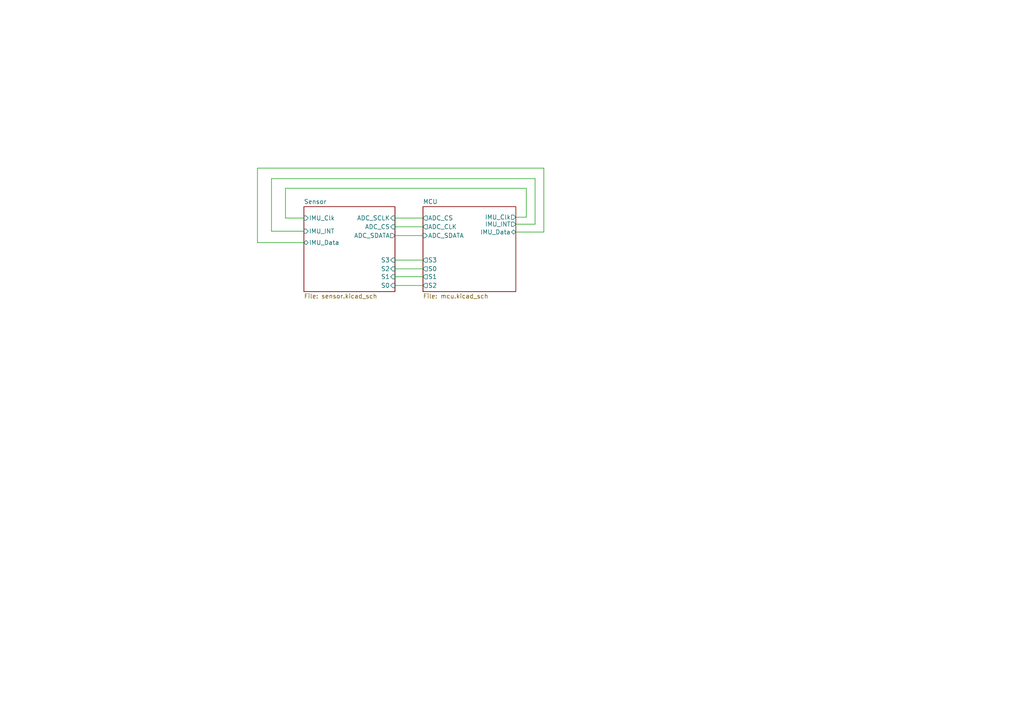
<source format=kicad_sch>
(kicad_sch
	(version 20250114)
	(generator "eeschema")
	(generator_version "9.0")
	(uuid "a88aefd4-7db0-48b6-a5b9-71390eb91bb3")
	(paper "A4")
	(lib_symbols)
	(wire
		(pts
			(xy 155.194 65.024) (xy 155.194 51.816)
		)
		(stroke
			(width 0)
			(type default)
		)
		(uuid "0c1bbd1a-6283-4367-886b-0ace1f872740")
	)
	(wire
		(pts
			(xy 114.554 68.326) (xy 122.682 68.326)
		)
		(stroke
			(width 0)
			(type default)
		)
		(uuid "0f81796a-b2f1-4193-9dab-4897ad9dc3d1")
	)
	(wire
		(pts
			(xy 74.676 70.358) (xy 74.676 48.768)
		)
		(stroke
			(width 0)
			(type default)
		)
		(uuid "243f489f-8758-43ea-b701-013728d09af0")
	)
	(wire
		(pts
			(xy 88.138 63.246) (xy 82.804 63.246)
		)
		(stroke
			(width 0)
			(type default)
		)
		(uuid "2d2bdf61-d5a9-4603-b70e-347f23f57670")
	)
	(wire
		(pts
			(xy 114.554 77.978) (xy 122.682 77.978)
		)
		(stroke
			(width 0)
			(type default)
		)
		(uuid "2f4ba1cb-6d97-4087-97fc-a08d8aefebd8")
	)
	(wire
		(pts
			(xy 78.74 67.056) (xy 88.138 67.056)
		)
		(stroke
			(width 0)
			(type default)
		)
		(uuid "4a531aa0-4956-4850-9429-209b7293988a")
	)
	(wire
		(pts
			(xy 74.676 48.768) (xy 157.734 48.768)
		)
		(stroke
			(width 0)
			(type default)
		)
		(uuid "4bddd25c-a767-4677-903d-a81230018479")
	)
	(wire
		(pts
			(xy 114.554 82.804) (xy 122.682 82.804)
		)
		(stroke
			(width 0)
			(type default)
		)
		(uuid "4e87cbb8-c26d-4c36-b40e-8eccc71e0eba")
	)
	(wire
		(pts
			(xy 88.138 70.358) (xy 74.676 70.358)
		)
		(stroke
			(width 0)
			(type default)
		)
		(uuid "64831d06-7ca6-445a-b1f1-16f17c930640")
	)
	(wire
		(pts
			(xy 114.554 63.246) (xy 122.682 63.246)
		)
		(stroke
			(width 0)
			(type default)
		)
		(uuid "66739cf1-550e-4d78-9b53-bf2392eb7b97")
	)
	(wire
		(pts
			(xy 78.74 51.816) (xy 78.74 67.056)
		)
		(stroke
			(width 0)
			(type default)
		)
		(uuid "712f6129-d72e-4326-9915-03f6b169499e")
	)
	(wire
		(pts
			(xy 82.804 54.61) (xy 152.654 54.61)
		)
		(stroke
			(width 0)
			(type default)
		)
		(uuid "738c206b-c2f5-495b-875b-efe110b04867")
	)
	(wire
		(pts
			(xy 114.554 75.438) (xy 122.682 75.438)
		)
		(stroke
			(width 0)
			(type default)
		)
		(uuid "78083d3c-a163-40ad-a8ae-27d5a86dbd9a")
	)
	(wire
		(pts
			(xy 114.554 80.264) (xy 122.682 80.264)
		)
		(stroke
			(width 0)
			(type default)
		)
		(uuid "7e19600a-5896-40c7-b6ca-f43aecaf8ac3")
	)
	(wire
		(pts
			(xy 149.606 65.024) (xy 155.194 65.024)
		)
		(stroke
			(width 0)
			(type default)
		)
		(uuid "8020b569-dfef-4ea1-91ae-5f77877a6e95")
	)
	(wire
		(pts
			(xy 155.194 51.816) (xy 78.74 51.816)
		)
		(stroke
			(width 0)
			(type default)
		)
		(uuid "81f713fd-8255-40b9-9d0c-8e0b3444cae0")
	)
	(wire
		(pts
			(xy 114.554 65.786) (xy 122.682 65.786)
		)
		(stroke
			(width 0)
			(type default)
		)
		(uuid "91f61e69-499c-4caf-a894-59ebb48adbb7")
	)
	(wire
		(pts
			(xy 157.734 67.31) (xy 149.606 67.31)
		)
		(stroke
			(width 0)
			(type default)
		)
		(uuid "a6506f7c-345b-42c9-935e-37eb682ea4ea")
	)
	(wire
		(pts
			(xy 152.654 54.61) (xy 152.654 62.992)
		)
		(stroke
			(width 0)
			(type default)
		)
		(uuid "b69cfe68-aecf-47cb-99b8-47b089ecf051")
	)
	(wire
		(pts
			(xy 157.734 48.768) (xy 157.734 67.31)
		)
		(stroke
			(width 0)
			(type default)
		)
		(uuid "cc96c050-5767-42f0-803e-9e506c9664cf")
	)
	(wire
		(pts
			(xy 82.804 63.246) (xy 82.804 54.61)
		)
		(stroke
			(width 0)
			(type default)
		)
		(uuid "f4a2de37-cb8b-4002-9354-994a00b19559")
	)
	(wire
		(pts
			(xy 152.654 62.992) (xy 149.606 62.992)
		)
		(stroke
			(width 0)
			(type default)
		)
		(uuid "fe0f5921-37a7-4da5-824a-1597cbd6ba4c")
	)
	(sheet
		(at 88.138 59.944)
		(size 26.416 24.638)
		(exclude_from_sim no)
		(in_bom yes)
		(on_board yes)
		(dnp no)
		(fields_autoplaced yes)
		(stroke
			(width 0.1524)
			(type solid)
		)
		(fill
			(color 0 0 0 0.0000)
		)
		(uuid "1fc332dc-ff72-424d-a066-114727b06a42")
		(property "Sheetname" "Sensor"
			(at 88.138 59.2324 0)
			(effects
				(font
					(size 1.27 1.27)
				)
				(justify left bottom)
			)
		)
		(property "Sheetfile" "sensor.kicad_sch"
			(at 88.138 85.1666 0)
			(effects
				(font
					(size 1.27 1.27)
				)
				(justify left top)
			)
		)
		(pin "IMU_Clk" input
			(at 88.138 63.246 180)
			(uuid "0aecba60-a609-451b-8639-abdd15c64d6f")
			(effects
				(font
					(size 1.27 1.27)
				)
				(justify left)
			)
		)
		(pin "ADC_SCLK" input
			(at 114.554 63.246 0)
			(uuid "9649a2e7-6a5b-48f3-aed5-851b1fe484b5")
			(effects
				(font
					(size 1.27 1.27)
				)
				(justify right)
			)
		)
		(pin "S0" input
			(at 114.554 82.804 0)
			(uuid "ab5c3097-80ca-4363-9529-d8d33cf384d0")
			(effects
				(font
					(size 1.27 1.27)
				)
				(justify right)
			)
		)
		(pin "IMU_INT" input
			(at 88.138 67.056 180)
			(uuid "3efc4a8a-ba15-4d2c-84a8-bb20dcb35d27")
			(effects
				(font
					(size 1.27 1.27)
				)
				(justify left)
			)
		)
		(pin "ADC_CS" input
			(at 114.554 65.786 0)
			(uuid "94efb717-a94b-4876-9a78-5f37d0083b02")
			(effects
				(font
					(size 1.27 1.27)
				)
				(justify right)
			)
		)
		(pin "S2" input
			(at 114.554 77.978 0)
			(uuid "c6bccdaf-b260-428a-b368-b6a9eb40017b")
			(effects
				(font
					(size 1.27 1.27)
				)
				(justify right)
			)
		)
		(pin "S1" input
			(at 114.554 80.264 0)
			(uuid "31e4fb70-2446-4432-bfa4-35ff05abf8e7")
			(effects
				(font
					(size 1.27 1.27)
				)
				(justify right)
			)
		)
		(pin "ADC_SDATA" output
			(at 114.554 68.326 0)
			(uuid "3667b00f-84a2-4344-b47e-9edc3bc81e52")
			(effects
				(font
					(size 1.27 1.27)
				)
				(justify right)
			)
		)
		(pin "S3" input
			(at 114.554 75.438 0)
			(uuid "ac5c35bd-0de2-4ac2-bfd1-819c1504f5b3")
			(effects
				(font
					(size 1.27 1.27)
				)
				(justify right)
			)
		)
		(pin "IMU_Data" bidirectional
			(at 88.138 70.358 180)
			(uuid "534129ff-7d03-4fba-9e6c-865c2c9a1058")
			(effects
				(font
					(size 1.27 1.27)
				)
				(justify left)
			)
		)
		(instances
			(project "ImpactInsole_v1"
				(path "/a88aefd4-7db0-48b6-a5b9-71390eb91bb3"
					(page "2")
				)
			)
		)
	)
	(sheet
		(at 122.682 59.944)
		(size 26.924 24.638)
		(exclude_from_sim no)
		(in_bom yes)
		(on_board yes)
		(dnp no)
		(fields_autoplaced yes)
		(stroke
			(width 0.1524)
			(type solid)
		)
		(fill
			(color 0 0 0 0.0000)
		)
		(uuid "86a80e0e-6a7a-4740-96d2-51b0c03920c1")
		(property "Sheetname" "MCU"
			(at 122.682 59.2324 0)
			(effects
				(font
					(size 1.27 1.27)
				)
				(justify left bottom)
			)
		)
		(property "Sheetfile" "mcu.kicad_sch"
			(at 122.682 85.1666 0)
			(effects
				(font
					(size 1.27 1.27)
				)
				(justify left top)
			)
		)
		(pin "IMU_INT" output
			(at 149.606 65.024 0)
			(uuid "9c965531-b276-4007-b253-5b214dabd5f1")
			(effects
				(font
					(size 1.27 1.27)
				)
				(justify right)
			)
		)
		(pin "ADC_CS" output
			(at 122.682 63.246 180)
			(uuid "d6cffba8-2895-42f7-8fe2-03e86a255cec")
			(effects
				(font
					(size 1.27 1.27)
				)
				(justify left)
			)
		)
		(pin "IMU_Clk" output
			(at 149.606 62.992 0)
			(uuid "898cf07d-31bf-40bd-b459-eb8bbeec5daf")
			(effects
				(font
					(size 1.27 1.27)
				)
				(justify right)
			)
		)
		(pin "IMU_Data" bidirectional
			(at 149.606 67.31 0)
			(uuid "3b0540eb-a3a3-4802-8a4c-5a6c40b03d5e")
			(effects
				(font
					(size 1.27 1.27)
				)
				(justify right)
			)
		)
		(pin "S0" output
			(at 122.682 77.978 180)
			(uuid "585ed84c-1155-44a0-8134-cff7927791c9")
			(effects
				(font
					(size 1.27 1.27)
				)
				(justify left)
			)
		)
		(pin "S3" output
			(at 122.682 75.438 180)
			(uuid "64e29f3c-48cd-4b5a-9f69-ac5f9546dbc3")
			(effects
				(font
					(size 1.27 1.27)
				)
				(justify left)
			)
		)
		(pin "S1" output
			(at 122.682 80.264 180)
			(uuid "67663955-e08e-4741-a1e2-befa4f1ff957")
			(effects
				(font
					(size 1.27 1.27)
				)
				(justify left)
			)
		)
		(pin "S2" output
			(at 122.682 82.804 180)
			(uuid "1556e3d9-e792-4482-8f6a-cae369cb224f")
			(effects
				(font
					(size 1.27 1.27)
				)
				(justify left)
			)
		)
		(pin "ADC_CLK" output
			(at 122.682 65.786 180)
			(uuid "f4251f90-2ec8-4039-9efd-5fcfaa367d30")
			(effects
				(font
					(size 1.27 1.27)
				)
				(justify left)
			)
		)
		(pin "ADC_SDATA" input
			(at 122.682 68.326 180)
			(uuid "936ef898-5eba-4f1e-9f39-03c7aed0ba93")
			(effects
				(font
					(size 1.27 1.27)
				)
				(justify left)
			)
		)
		(instances
			(project "ImpactInsole_v1"
				(path "/a88aefd4-7db0-48b6-a5b9-71390eb91bb3"
					(page "3")
				)
			)
		)
	)
	(sheet_instances
		(path "/"
			(page "1")
		)
	)
	(embedded_fonts no)
)

</source>
